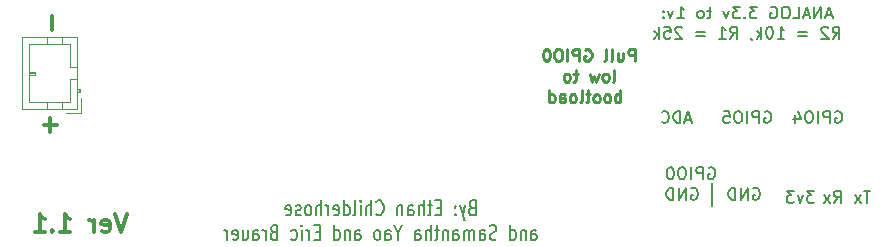
<source format=gbo>
G04 #@! TF.FileFunction,Legend,Bot*
%FSLAX46Y46*%
G04 Gerber Fmt 4.6, Leading zero omitted, Abs format (unit mm)*
G04 Created by KiCad (PCBNEW 4.0.5+dfsg1-4) date Sat Sep 16 15:38:21 2017*
%MOMM*%
%LPD*%
G01*
G04 APERTURE LIST*
%ADD10C,0.100000*%
%ADD11C,0.200000*%
%ADD12C,0.300000*%
%ADD13C,0.250000*%
%ADD14C,0.177800*%
%ADD15C,0.120000*%
G04 APERTURE END LIST*
D10*
D11*
X150500000Y-97500000D02*
X150500000Y-95500000D01*
X163940476Y-96202381D02*
X163369047Y-96202381D01*
X163654762Y-97202381D02*
X163654762Y-96202381D01*
X163130952Y-97202381D02*
X162607142Y-96535714D01*
X163130952Y-96535714D02*
X162607142Y-97202381D01*
X160845238Y-97202381D02*
X161178572Y-96726190D01*
X161416667Y-97202381D02*
X161416667Y-96202381D01*
X161035714Y-96202381D01*
X160940476Y-96250000D01*
X160892857Y-96297619D01*
X160845238Y-96392857D01*
X160845238Y-96535714D01*
X160892857Y-96630952D01*
X160940476Y-96678571D01*
X161035714Y-96726190D01*
X161416667Y-96726190D01*
X160511905Y-97202381D02*
X159988095Y-96535714D01*
X160511905Y-96535714D02*
X159988095Y-97202381D01*
X159190476Y-96202381D02*
X158571428Y-96202381D01*
X158904762Y-96583333D01*
X158761904Y-96583333D01*
X158666666Y-96630952D01*
X158619047Y-96678571D01*
X158571428Y-96773810D01*
X158571428Y-97011905D01*
X158619047Y-97107143D01*
X158666666Y-97154762D01*
X158761904Y-97202381D01*
X159047619Y-97202381D01*
X159142857Y-97154762D01*
X159190476Y-97107143D01*
X158238095Y-96535714D02*
X158000000Y-97202381D01*
X157761904Y-96535714D01*
X157476190Y-96202381D02*
X156857142Y-96202381D01*
X157190476Y-96583333D01*
X157047618Y-96583333D01*
X156952380Y-96630952D01*
X156904761Y-96678571D01*
X156857142Y-96773810D01*
X156857142Y-97011905D01*
X156904761Y-97107143D01*
X156952380Y-97154762D01*
X157047618Y-97202381D01*
X157333333Y-97202381D01*
X157428571Y-97154762D01*
X157476190Y-97107143D01*
X154011904Y-96000000D02*
X154107142Y-95952381D01*
X154249999Y-95952381D01*
X154392857Y-96000000D01*
X154488095Y-96095238D01*
X154535714Y-96190476D01*
X154583333Y-96380952D01*
X154583333Y-96523810D01*
X154535714Y-96714286D01*
X154488095Y-96809524D01*
X154392857Y-96904762D01*
X154249999Y-96952381D01*
X154154761Y-96952381D01*
X154011904Y-96904762D01*
X153964285Y-96857143D01*
X153964285Y-96523810D01*
X154154761Y-96523810D01*
X153535714Y-96952381D02*
X153535714Y-95952381D01*
X152964285Y-96952381D01*
X152964285Y-95952381D01*
X152488095Y-96952381D02*
X152488095Y-95952381D01*
X152250000Y-95952381D01*
X152107142Y-96000000D01*
X152011904Y-96095238D01*
X151964285Y-96190476D01*
X151916666Y-96380952D01*
X151916666Y-96523810D01*
X151964285Y-96714286D01*
X152011904Y-96809524D01*
X152107142Y-96904762D01*
X152250000Y-96952381D01*
X152488095Y-96952381D01*
X148738095Y-90166667D02*
X148261904Y-90166667D01*
X148833333Y-90452381D02*
X148500000Y-89452381D01*
X148166666Y-90452381D01*
X147833333Y-90452381D02*
X147833333Y-89452381D01*
X147595238Y-89452381D01*
X147452380Y-89500000D01*
X147357142Y-89595238D01*
X147309523Y-89690476D01*
X147261904Y-89880952D01*
X147261904Y-90023810D01*
X147309523Y-90214286D01*
X147357142Y-90309524D01*
X147452380Y-90404762D01*
X147595238Y-90452381D01*
X147833333Y-90452381D01*
X146261904Y-90357143D02*
X146309523Y-90404762D01*
X146452380Y-90452381D01*
X146547618Y-90452381D01*
X146690476Y-90404762D01*
X146785714Y-90309524D01*
X146833333Y-90214286D01*
X146880952Y-90023810D01*
X146880952Y-89880952D01*
X146833333Y-89690476D01*
X146785714Y-89595238D01*
X146690476Y-89500000D01*
X146547618Y-89452381D01*
X146452380Y-89452381D01*
X146309523Y-89500000D01*
X146261904Y-89547619D01*
X154976190Y-89500000D02*
X155071428Y-89452381D01*
X155214285Y-89452381D01*
X155357143Y-89500000D01*
X155452381Y-89595238D01*
X155500000Y-89690476D01*
X155547619Y-89880952D01*
X155547619Y-90023810D01*
X155500000Y-90214286D01*
X155452381Y-90309524D01*
X155357143Y-90404762D01*
X155214285Y-90452381D01*
X155119047Y-90452381D01*
X154976190Y-90404762D01*
X154928571Y-90357143D01*
X154928571Y-90023810D01*
X155119047Y-90023810D01*
X154500000Y-90452381D02*
X154500000Y-89452381D01*
X154119047Y-89452381D01*
X154023809Y-89500000D01*
X153976190Y-89547619D01*
X153928571Y-89642857D01*
X153928571Y-89785714D01*
X153976190Y-89880952D01*
X154023809Y-89928571D01*
X154119047Y-89976190D01*
X154500000Y-89976190D01*
X153500000Y-90452381D02*
X153500000Y-89452381D01*
X152833334Y-89452381D02*
X152642857Y-89452381D01*
X152547619Y-89500000D01*
X152452381Y-89595238D01*
X152404762Y-89785714D01*
X152404762Y-90119048D01*
X152452381Y-90309524D01*
X152547619Y-90404762D01*
X152642857Y-90452381D01*
X152833334Y-90452381D01*
X152928572Y-90404762D01*
X153023810Y-90309524D01*
X153071429Y-90119048D01*
X153071429Y-89785714D01*
X153023810Y-89595238D01*
X152928572Y-89500000D01*
X152833334Y-89452381D01*
X151500000Y-89452381D02*
X151976191Y-89452381D01*
X152023810Y-89928571D01*
X151976191Y-89880952D01*
X151880953Y-89833333D01*
X151642857Y-89833333D01*
X151547619Y-89880952D01*
X151500000Y-89928571D01*
X151452381Y-90023810D01*
X151452381Y-90261905D01*
X151500000Y-90357143D01*
X151547619Y-90404762D01*
X151642857Y-90452381D01*
X151880953Y-90452381D01*
X151976191Y-90404762D01*
X152023810Y-90357143D01*
X160976190Y-89500000D02*
X161071428Y-89452381D01*
X161214285Y-89452381D01*
X161357143Y-89500000D01*
X161452381Y-89595238D01*
X161500000Y-89690476D01*
X161547619Y-89880952D01*
X161547619Y-90023810D01*
X161500000Y-90214286D01*
X161452381Y-90309524D01*
X161357143Y-90404762D01*
X161214285Y-90452381D01*
X161119047Y-90452381D01*
X160976190Y-90404762D01*
X160928571Y-90357143D01*
X160928571Y-90023810D01*
X161119047Y-90023810D01*
X160500000Y-90452381D02*
X160500000Y-89452381D01*
X160119047Y-89452381D01*
X160023809Y-89500000D01*
X159976190Y-89547619D01*
X159928571Y-89642857D01*
X159928571Y-89785714D01*
X159976190Y-89880952D01*
X160023809Y-89928571D01*
X160119047Y-89976190D01*
X160500000Y-89976190D01*
X159500000Y-90452381D02*
X159500000Y-89452381D01*
X158833334Y-89452381D02*
X158642857Y-89452381D01*
X158547619Y-89500000D01*
X158452381Y-89595238D01*
X158404762Y-89785714D01*
X158404762Y-90119048D01*
X158452381Y-90309524D01*
X158547619Y-90404762D01*
X158642857Y-90452381D01*
X158833334Y-90452381D01*
X158928572Y-90404762D01*
X159023810Y-90309524D01*
X159071429Y-90119048D01*
X159071429Y-89785714D01*
X159023810Y-89595238D01*
X158928572Y-89500000D01*
X158833334Y-89452381D01*
X157547619Y-89785714D02*
X157547619Y-90452381D01*
X157785715Y-89404762D02*
X158023810Y-90119048D01*
X157404762Y-90119048D01*
X148761904Y-96000000D02*
X148857142Y-95952381D01*
X148999999Y-95952381D01*
X149142857Y-96000000D01*
X149238095Y-96095238D01*
X149285714Y-96190476D01*
X149333333Y-96380952D01*
X149333333Y-96523810D01*
X149285714Y-96714286D01*
X149238095Y-96809524D01*
X149142857Y-96904762D01*
X148999999Y-96952381D01*
X148904761Y-96952381D01*
X148761904Y-96904762D01*
X148714285Y-96857143D01*
X148714285Y-96523810D01*
X148904761Y-96523810D01*
X148285714Y-96952381D02*
X148285714Y-95952381D01*
X147714285Y-96952381D01*
X147714285Y-95952381D01*
X147238095Y-96952381D02*
X147238095Y-95952381D01*
X147000000Y-95952381D01*
X146857142Y-96000000D01*
X146761904Y-96095238D01*
X146714285Y-96190476D01*
X146666666Y-96380952D01*
X146666666Y-96523810D01*
X146714285Y-96714286D01*
X146761904Y-96809524D01*
X146857142Y-96904762D01*
X147000000Y-96952381D01*
X147238095Y-96952381D01*
X150226190Y-94250000D02*
X150321428Y-94202381D01*
X150464285Y-94202381D01*
X150607143Y-94250000D01*
X150702381Y-94345238D01*
X150750000Y-94440476D01*
X150797619Y-94630952D01*
X150797619Y-94773810D01*
X150750000Y-94964286D01*
X150702381Y-95059524D01*
X150607143Y-95154762D01*
X150464285Y-95202381D01*
X150369047Y-95202381D01*
X150226190Y-95154762D01*
X150178571Y-95107143D01*
X150178571Y-94773810D01*
X150369047Y-94773810D01*
X149750000Y-95202381D02*
X149750000Y-94202381D01*
X149369047Y-94202381D01*
X149273809Y-94250000D01*
X149226190Y-94297619D01*
X149178571Y-94392857D01*
X149178571Y-94535714D01*
X149226190Y-94630952D01*
X149273809Y-94678571D01*
X149369047Y-94726190D01*
X149750000Y-94726190D01*
X148750000Y-95202381D02*
X148750000Y-94202381D01*
X148083334Y-94202381D02*
X147892857Y-94202381D01*
X147797619Y-94250000D01*
X147702381Y-94345238D01*
X147654762Y-94535714D01*
X147654762Y-94869048D01*
X147702381Y-95059524D01*
X147797619Y-95154762D01*
X147892857Y-95202381D01*
X148083334Y-95202381D01*
X148178572Y-95154762D01*
X148273810Y-95059524D01*
X148321429Y-94869048D01*
X148321429Y-94535714D01*
X148273810Y-94345238D01*
X148178572Y-94250000D01*
X148083334Y-94202381D01*
X147035715Y-94202381D02*
X146940476Y-94202381D01*
X146845238Y-94250000D01*
X146797619Y-94297619D01*
X146750000Y-94392857D01*
X146702381Y-94583333D01*
X146702381Y-94821429D01*
X146750000Y-95011905D01*
X146797619Y-95107143D01*
X146845238Y-95154762D01*
X146940476Y-95202381D01*
X147035715Y-95202381D01*
X147130953Y-95154762D01*
X147178572Y-95107143D01*
X147226191Y-95011905D01*
X147273810Y-94821429D01*
X147273810Y-94583333D01*
X147226191Y-94392857D01*
X147178572Y-94297619D01*
X147130953Y-94250000D01*
X147035715Y-94202381D01*
D12*
X94607143Y-81428572D02*
X94607143Y-82571429D01*
X95071428Y-90607143D02*
X93928571Y-90607143D01*
X94500000Y-91178571D02*
X94500000Y-90035714D01*
D13*
X143988096Y-85202381D02*
X143988096Y-84202381D01*
X143607143Y-84202381D01*
X143511905Y-84250000D01*
X143464286Y-84297619D01*
X143416667Y-84392857D01*
X143416667Y-84535714D01*
X143464286Y-84630952D01*
X143511905Y-84678571D01*
X143607143Y-84726190D01*
X143988096Y-84726190D01*
X142559524Y-84535714D02*
X142559524Y-85202381D01*
X142988096Y-84535714D02*
X142988096Y-85059524D01*
X142940477Y-85154762D01*
X142845239Y-85202381D01*
X142702381Y-85202381D01*
X142607143Y-85154762D01*
X142559524Y-85107143D01*
X141940477Y-85202381D02*
X142035715Y-85154762D01*
X142083334Y-85059524D01*
X142083334Y-84202381D01*
X141416667Y-85202381D02*
X141511905Y-85154762D01*
X141559524Y-85059524D01*
X141559524Y-84202381D01*
X139749999Y-84250000D02*
X139845237Y-84202381D01*
X139988094Y-84202381D01*
X140130952Y-84250000D01*
X140226190Y-84345238D01*
X140273809Y-84440476D01*
X140321428Y-84630952D01*
X140321428Y-84773810D01*
X140273809Y-84964286D01*
X140226190Y-85059524D01*
X140130952Y-85154762D01*
X139988094Y-85202381D01*
X139892856Y-85202381D01*
X139749999Y-85154762D01*
X139702380Y-85107143D01*
X139702380Y-84773810D01*
X139892856Y-84773810D01*
X139273809Y-85202381D02*
X139273809Y-84202381D01*
X138892856Y-84202381D01*
X138797618Y-84250000D01*
X138749999Y-84297619D01*
X138702380Y-84392857D01*
X138702380Y-84535714D01*
X138749999Y-84630952D01*
X138797618Y-84678571D01*
X138892856Y-84726190D01*
X139273809Y-84726190D01*
X138273809Y-85202381D02*
X138273809Y-84202381D01*
X137607143Y-84202381D02*
X137416666Y-84202381D01*
X137321428Y-84250000D01*
X137226190Y-84345238D01*
X137178571Y-84535714D01*
X137178571Y-84869048D01*
X137226190Y-85059524D01*
X137321428Y-85154762D01*
X137416666Y-85202381D01*
X137607143Y-85202381D01*
X137702381Y-85154762D01*
X137797619Y-85059524D01*
X137845238Y-84869048D01*
X137845238Y-84535714D01*
X137797619Y-84345238D01*
X137702381Y-84250000D01*
X137607143Y-84202381D01*
X136559524Y-84202381D02*
X136464285Y-84202381D01*
X136369047Y-84250000D01*
X136321428Y-84297619D01*
X136273809Y-84392857D01*
X136226190Y-84583333D01*
X136226190Y-84821429D01*
X136273809Y-85011905D01*
X136321428Y-85107143D01*
X136369047Y-85154762D01*
X136464285Y-85202381D01*
X136559524Y-85202381D01*
X136654762Y-85154762D01*
X136702381Y-85107143D01*
X136750000Y-85011905D01*
X136797619Y-84821429D01*
X136797619Y-84583333D01*
X136750000Y-84392857D01*
X136702381Y-84297619D01*
X136654762Y-84250000D01*
X136559524Y-84202381D01*
X142107144Y-86952381D02*
X142202382Y-86904762D01*
X142250001Y-86809524D01*
X142250001Y-85952381D01*
X141583334Y-86952381D02*
X141678572Y-86904762D01*
X141726191Y-86857143D01*
X141773810Y-86761905D01*
X141773810Y-86476190D01*
X141726191Y-86380952D01*
X141678572Y-86333333D01*
X141583334Y-86285714D01*
X141440476Y-86285714D01*
X141345238Y-86333333D01*
X141297619Y-86380952D01*
X141250000Y-86476190D01*
X141250000Y-86761905D01*
X141297619Y-86857143D01*
X141345238Y-86904762D01*
X141440476Y-86952381D01*
X141583334Y-86952381D01*
X140916667Y-86285714D02*
X140726191Y-86952381D01*
X140535714Y-86476190D01*
X140345238Y-86952381D01*
X140154762Y-86285714D01*
X139154762Y-86285714D02*
X138773810Y-86285714D01*
X139011905Y-85952381D02*
X139011905Y-86809524D01*
X138964286Y-86904762D01*
X138869048Y-86952381D01*
X138773810Y-86952381D01*
X138297619Y-86952381D02*
X138392857Y-86904762D01*
X138440476Y-86857143D01*
X138488095Y-86761905D01*
X138488095Y-86476190D01*
X138440476Y-86380952D01*
X138392857Y-86333333D01*
X138297619Y-86285714D01*
X138154761Y-86285714D01*
X138059523Y-86333333D01*
X138011904Y-86380952D01*
X137964285Y-86476190D01*
X137964285Y-86761905D01*
X138011904Y-86857143D01*
X138059523Y-86904762D01*
X138154761Y-86952381D01*
X138297619Y-86952381D01*
X142773810Y-88702381D02*
X142773810Y-87702381D01*
X142773810Y-88083333D02*
X142678572Y-88035714D01*
X142488095Y-88035714D01*
X142392857Y-88083333D01*
X142345238Y-88130952D01*
X142297619Y-88226190D01*
X142297619Y-88511905D01*
X142345238Y-88607143D01*
X142392857Y-88654762D01*
X142488095Y-88702381D01*
X142678572Y-88702381D01*
X142773810Y-88654762D01*
X141726191Y-88702381D02*
X141821429Y-88654762D01*
X141869048Y-88607143D01*
X141916667Y-88511905D01*
X141916667Y-88226190D01*
X141869048Y-88130952D01*
X141821429Y-88083333D01*
X141726191Y-88035714D01*
X141583333Y-88035714D01*
X141488095Y-88083333D01*
X141440476Y-88130952D01*
X141392857Y-88226190D01*
X141392857Y-88511905D01*
X141440476Y-88607143D01*
X141488095Y-88654762D01*
X141583333Y-88702381D01*
X141726191Y-88702381D01*
X140821429Y-88702381D02*
X140916667Y-88654762D01*
X140964286Y-88607143D01*
X141011905Y-88511905D01*
X141011905Y-88226190D01*
X140964286Y-88130952D01*
X140916667Y-88083333D01*
X140821429Y-88035714D01*
X140678571Y-88035714D01*
X140583333Y-88083333D01*
X140535714Y-88130952D01*
X140488095Y-88226190D01*
X140488095Y-88511905D01*
X140535714Y-88607143D01*
X140583333Y-88654762D01*
X140678571Y-88702381D01*
X140821429Y-88702381D01*
X140202381Y-88035714D02*
X139821429Y-88035714D01*
X140059524Y-87702381D02*
X140059524Y-88559524D01*
X140011905Y-88654762D01*
X139916667Y-88702381D01*
X139821429Y-88702381D01*
X139345238Y-88702381D02*
X139440476Y-88654762D01*
X139488095Y-88559524D01*
X139488095Y-87702381D01*
X138821428Y-88702381D02*
X138916666Y-88654762D01*
X138964285Y-88607143D01*
X139011904Y-88511905D01*
X139011904Y-88226190D01*
X138964285Y-88130952D01*
X138916666Y-88083333D01*
X138821428Y-88035714D01*
X138678570Y-88035714D01*
X138583332Y-88083333D01*
X138535713Y-88130952D01*
X138488094Y-88226190D01*
X138488094Y-88511905D01*
X138535713Y-88607143D01*
X138583332Y-88654762D01*
X138678570Y-88702381D01*
X138821428Y-88702381D01*
X137630951Y-88702381D02*
X137630951Y-88178571D01*
X137678570Y-88083333D01*
X137773808Y-88035714D01*
X137964285Y-88035714D01*
X138059523Y-88083333D01*
X137630951Y-88654762D02*
X137726189Y-88702381D01*
X137964285Y-88702381D01*
X138059523Y-88654762D01*
X138107142Y-88559524D01*
X138107142Y-88464286D01*
X138059523Y-88369048D01*
X137964285Y-88321429D01*
X137726189Y-88321429D01*
X137630951Y-88273810D01*
X136726189Y-88702381D02*
X136726189Y-87702381D01*
X136726189Y-88654762D02*
X136821427Y-88702381D01*
X137011904Y-88702381D01*
X137107142Y-88654762D01*
X137154761Y-88607143D01*
X137202380Y-88511905D01*
X137202380Y-88226190D01*
X137154761Y-88130952D01*
X137107142Y-88083333D01*
X137011904Y-88035714D01*
X136821427Y-88035714D01*
X136726189Y-88083333D01*
D14*
X130212528Y-97617886D02*
X130071014Y-97678362D01*
X130023842Y-97738838D01*
X129976671Y-97859790D01*
X129976671Y-98041219D01*
X130023842Y-98162171D01*
X130071014Y-98222648D01*
X130165356Y-98283124D01*
X130542728Y-98283124D01*
X130542728Y-97013124D01*
X130212528Y-97013124D01*
X130118185Y-97073600D01*
X130071014Y-97134076D01*
X130023842Y-97255029D01*
X130023842Y-97375981D01*
X130071014Y-97496933D01*
X130118185Y-97557410D01*
X130212528Y-97617886D01*
X130542728Y-97617886D01*
X129646471Y-97436457D02*
X129410614Y-98283124D01*
X129174756Y-97436457D02*
X129410614Y-98283124D01*
X129504956Y-98585505D01*
X129552128Y-98645981D01*
X129646471Y-98706457D01*
X128797385Y-98162171D02*
X128750213Y-98222648D01*
X128797385Y-98283124D01*
X128844556Y-98222648D01*
X128797385Y-98162171D01*
X128797385Y-98283124D01*
X128797385Y-97496933D02*
X128750213Y-97557410D01*
X128797385Y-97617886D01*
X128844556Y-97557410D01*
X128797385Y-97496933D01*
X128797385Y-97617886D01*
X127570928Y-97617886D02*
X127240728Y-97617886D01*
X127099214Y-98283124D02*
X127570928Y-98283124D01*
X127570928Y-97013124D01*
X127099214Y-97013124D01*
X126816185Y-97436457D02*
X126438814Y-97436457D01*
X126674671Y-97013124D02*
X126674671Y-98101695D01*
X126627499Y-98222648D01*
X126533157Y-98283124D01*
X126438814Y-98283124D01*
X126108614Y-98283124D02*
X126108614Y-97013124D01*
X125684071Y-98283124D02*
X125684071Y-97617886D01*
X125731242Y-97496933D01*
X125825585Y-97436457D01*
X125967100Y-97436457D01*
X126061442Y-97496933D01*
X126108614Y-97557410D01*
X124787814Y-98283124D02*
X124787814Y-97617886D01*
X124834985Y-97496933D01*
X124929328Y-97436457D01*
X125118014Y-97436457D01*
X125212357Y-97496933D01*
X124787814Y-98222648D02*
X124882157Y-98283124D01*
X125118014Y-98283124D01*
X125212357Y-98222648D01*
X125259528Y-98101695D01*
X125259528Y-97980743D01*
X125212357Y-97859790D01*
X125118014Y-97799314D01*
X124882157Y-97799314D01*
X124787814Y-97738838D01*
X124316100Y-97436457D02*
X124316100Y-98283124D01*
X124316100Y-97557410D02*
X124268928Y-97496933D01*
X124174586Y-97436457D01*
X124033071Y-97436457D01*
X123938728Y-97496933D01*
X123891557Y-97617886D01*
X123891557Y-98283124D01*
X122099043Y-98162171D02*
X122146214Y-98222648D01*
X122287728Y-98283124D01*
X122382071Y-98283124D01*
X122523586Y-98222648D01*
X122617928Y-98101695D01*
X122665100Y-97980743D01*
X122712271Y-97738838D01*
X122712271Y-97557410D01*
X122665100Y-97315505D01*
X122617928Y-97194552D01*
X122523586Y-97073600D01*
X122382071Y-97013124D01*
X122287728Y-97013124D01*
X122146214Y-97073600D01*
X122099043Y-97134076D01*
X121674500Y-98283124D02*
X121674500Y-97013124D01*
X121249957Y-98283124D02*
X121249957Y-97617886D01*
X121297128Y-97496933D01*
X121391471Y-97436457D01*
X121532986Y-97436457D01*
X121627328Y-97496933D01*
X121674500Y-97557410D01*
X120778243Y-98283124D02*
X120778243Y-97436457D01*
X120778243Y-97013124D02*
X120825414Y-97073600D01*
X120778243Y-97134076D01*
X120731071Y-97073600D01*
X120778243Y-97013124D01*
X120778243Y-97134076D01*
X120165015Y-98283124D02*
X120259357Y-98222648D01*
X120306529Y-98101695D01*
X120306529Y-97013124D01*
X119363100Y-98283124D02*
X119363100Y-97013124D01*
X119363100Y-98222648D02*
X119457443Y-98283124D01*
X119646129Y-98283124D01*
X119740471Y-98222648D01*
X119787643Y-98162171D01*
X119834814Y-98041219D01*
X119834814Y-97678362D01*
X119787643Y-97557410D01*
X119740471Y-97496933D01*
X119646129Y-97436457D01*
X119457443Y-97436457D01*
X119363100Y-97496933D01*
X118514014Y-98222648D02*
X118608357Y-98283124D01*
X118797043Y-98283124D01*
X118891386Y-98222648D01*
X118938557Y-98101695D01*
X118938557Y-97617886D01*
X118891386Y-97496933D01*
X118797043Y-97436457D01*
X118608357Y-97436457D01*
X118514014Y-97496933D01*
X118466843Y-97617886D01*
X118466843Y-97738838D01*
X118938557Y-97859790D01*
X118042300Y-98283124D02*
X118042300Y-97436457D01*
X118042300Y-97678362D02*
X117995128Y-97557410D01*
X117947957Y-97496933D01*
X117853614Y-97436457D01*
X117759271Y-97436457D01*
X117429071Y-98283124D02*
X117429071Y-97013124D01*
X117004528Y-98283124D02*
X117004528Y-97617886D01*
X117051699Y-97496933D01*
X117146042Y-97436457D01*
X117287557Y-97436457D01*
X117381899Y-97496933D01*
X117429071Y-97557410D01*
X116391300Y-98283124D02*
X116485642Y-98222648D01*
X116532814Y-98162171D01*
X116579985Y-98041219D01*
X116579985Y-97678362D01*
X116532814Y-97557410D01*
X116485642Y-97496933D01*
X116391300Y-97436457D01*
X116249785Y-97436457D01*
X116155442Y-97496933D01*
X116108271Y-97557410D01*
X116061100Y-97678362D01*
X116061100Y-98041219D01*
X116108271Y-98162171D01*
X116155442Y-98222648D01*
X116249785Y-98283124D01*
X116391300Y-98283124D01*
X115683728Y-98222648D02*
X115589385Y-98283124D01*
X115400700Y-98283124D01*
X115306357Y-98222648D01*
X115259185Y-98101695D01*
X115259185Y-98041219D01*
X115306357Y-97920267D01*
X115400700Y-97859790D01*
X115542214Y-97859790D01*
X115636557Y-97799314D01*
X115683728Y-97678362D01*
X115683728Y-97617886D01*
X115636557Y-97496933D01*
X115542214Y-97436457D01*
X115400700Y-97436457D01*
X115306357Y-97496933D01*
X114457271Y-98222648D02*
X114551614Y-98283124D01*
X114740300Y-98283124D01*
X114834643Y-98222648D01*
X114881814Y-98101695D01*
X114881814Y-97617886D01*
X114834643Y-97496933D01*
X114740300Y-97436457D01*
X114551614Y-97436457D01*
X114457271Y-97496933D01*
X114410100Y-97617886D01*
X114410100Y-97738838D01*
X114881814Y-97859790D01*
X135236286Y-100365924D02*
X135236286Y-99700686D01*
X135283457Y-99579733D01*
X135377800Y-99519257D01*
X135566486Y-99519257D01*
X135660829Y-99579733D01*
X135236286Y-100305448D02*
X135330629Y-100365924D01*
X135566486Y-100365924D01*
X135660829Y-100305448D01*
X135708000Y-100184495D01*
X135708000Y-100063543D01*
X135660829Y-99942590D01*
X135566486Y-99882114D01*
X135330629Y-99882114D01*
X135236286Y-99821638D01*
X134764572Y-99519257D02*
X134764572Y-100365924D01*
X134764572Y-99640210D02*
X134717400Y-99579733D01*
X134623058Y-99519257D01*
X134481543Y-99519257D01*
X134387200Y-99579733D01*
X134340029Y-99700686D01*
X134340029Y-100365924D01*
X133443772Y-100365924D02*
X133443772Y-99095924D01*
X133443772Y-100305448D02*
X133538115Y-100365924D01*
X133726801Y-100365924D01*
X133821143Y-100305448D01*
X133868315Y-100244971D01*
X133915486Y-100124019D01*
X133915486Y-99761162D01*
X133868315Y-99640210D01*
X133821143Y-99579733D01*
X133726801Y-99519257D01*
X133538115Y-99519257D01*
X133443772Y-99579733D01*
X132264486Y-100305448D02*
X132122972Y-100365924D01*
X131887115Y-100365924D01*
X131792772Y-100305448D01*
X131745601Y-100244971D01*
X131698429Y-100124019D01*
X131698429Y-100003067D01*
X131745601Y-99882114D01*
X131792772Y-99821638D01*
X131887115Y-99761162D01*
X132075801Y-99700686D01*
X132170143Y-99640210D01*
X132217315Y-99579733D01*
X132264486Y-99458781D01*
X132264486Y-99337829D01*
X132217315Y-99216876D01*
X132170143Y-99156400D01*
X132075801Y-99095924D01*
X131839943Y-99095924D01*
X131698429Y-99156400D01*
X130849343Y-100365924D02*
X130849343Y-99700686D01*
X130896514Y-99579733D01*
X130990857Y-99519257D01*
X131179543Y-99519257D01*
X131273886Y-99579733D01*
X130849343Y-100305448D02*
X130943686Y-100365924D01*
X131179543Y-100365924D01*
X131273886Y-100305448D01*
X131321057Y-100184495D01*
X131321057Y-100063543D01*
X131273886Y-99942590D01*
X131179543Y-99882114D01*
X130943686Y-99882114D01*
X130849343Y-99821638D01*
X130377629Y-100365924D02*
X130377629Y-99519257D01*
X130377629Y-99640210D02*
X130330457Y-99579733D01*
X130236115Y-99519257D01*
X130094600Y-99519257D01*
X130000257Y-99579733D01*
X129953086Y-99700686D01*
X129953086Y-100365924D01*
X129953086Y-99700686D02*
X129905915Y-99579733D01*
X129811572Y-99519257D01*
X129670057Y-99519257D01*
X129575715Y-99579733D01*
X129528543Y-99700686D01*
X129528543Y-100365924D01*
X128632286Y-100365924D02*
X128632286Y-99700686D01*
X128679457Y-99579733D01*
X128773800Y-99519257D01*
X128962486Y-99519257D01*
X129056829Y-99579733D01*
X128632286Y-100305448D02*
X128726629Y-100365924D01*
X128962486Y-100365924D01*
X129056829Y-100305448D01*
X129104000Y-100184495D01*
X129104000Y-100063543D01*
X129056829Y-99942590D01*
X128962486Y-99882114D01*
X128726629Y-99882114D01*
X128632286Y-99821638D01*
X128160572Y-99519257D02*
X128160572Y-100365924D01*
X128160572Y-99640210D02*
X128113400Y-99579733D01*
X128019058Y-99519257D01*
X127877543Y-99519257D01*
X127783200Y-99579733D01*
X127736029Y-99700686D01*
X127736029Y-100365924D01*
X127405829Y-99519257D02*
X127028458Y-99519257D01*
X127264315Y-99095924D02*
X127264315Y-100184495D01*
X127217143Y-100305448D01*
X127122801Y-100365924D01*
X127028458Y-100365924D01*
X126698258Y-100365924D02*
X126698258Y-99095924D01*
X126273715Y-100365924D02*
X126273715Y-99700686D01*
X126320886Y-99579733D01*
X126415229Y-99519257D01*
X126556744Y-99519257D01*
X126651086Y-99579733D01*
X126698258Y-99640210D01*
X125377458Y-100365924D02*
X125377458Y-99700686D01*
X125424629Y-99579733D01*
X125518972Y-99519257D01*
X125707658Y-99519257D01*
X125802001Y-99579733D01*
X125377458Y-100305448D02*
X125471801Y-100365924D01*
X125707658Y-100365924D01*
X125802001Y-100305448D01*
X125849172Y-100184495D01*
X125849172Y-100063543D01*
X125802001Y-99942590D01*
X125707658Y-99882114D01*
X125471801Y-99882114D01*
X125377458Y-99821638D01*
X123962315Y-99761162D02*
X123962315Y-100365924D01*
X124292515Y-99095924D02*
X123962315Y-99761162D01*
X123632115Y-99095924D01*
X122877372Y-100365924D02*
X122877372Y-99700686D01*
X122924543Y-99579733D01*
X123018886Y-99519257D01*
X123207572Y-99519257D01*
X123301915Y-99579733D01*
X122877372Y-100305448D02*
X122971715Y-100365924D01*
X123207572Y-100365924D01*
X123301915Y-100305448D01*
X123349086Y-100184495D01*
X123349086Y-100063543D01*
X123301915Y-99942590D01*
X123207572Y-99882114D01*
X122971715Y-99882114D01*
X122877372Y-99821638D01*
X122264144Y-100365924D02*
X122358486Y-100305448D01*
X122405658Y-100244971D01*
X122452829Y-100124019D01*
X122452829Y-99761162D01*
X122405658Y-99640210D01*
X122358486Y-99579733D01*
X122264144Y-99519257D01*
X122122629Y-99519257D01*
X122028286Y-99579733D01*
X121981115Y-99640210D01*
X121933944Y-99761162D01*
X121933944Y-100124019D01*
X121981115Y-100244971D01*
X122028286Y-100305448D01*
X122122629Y-100365924D01*
X122264144Y-100365924D01*
X120330115Y-100365924D02*
X120330115Y-99700686D01*
X120377286Y-99579733D01*
X120471629Y-99519257D01*
X120660315Y-99519257D01*
X120754658Y-99579733D01*
X120330115Y-100305448D02*
X120424458Y-100365924D01*
X120660315Y-100365924D01*
X120754658Y-100305448D01*
X120801829Y-100184495D01*
X120801829Y-100063543D01*
X120754658Y-99942590D01*
X120660315Y-99882114D01*
X120424458Y-99882114D01*
X120330115Y-99821638D01*
X119858401Y-99519257D02*
X119858401Y-100365924D01*
X119858401Y-99640210D02*
X119811229Y-99579733D01*
X119716887Y-99519257D01*
X119575372Y-99519257D01*
X119481029Y-99579733D01*
X119433858Y-99700686D01*
X119433858Y-100365924D01*
X118537601Y-100365924D02*
X118537601Y-99095924D01*
X118537601Y-100305448D02*
X118631944Y-100365924D01*
X118820630Y-100365924D01*
X118914972Y-100305448D01*
X118962144Y-100244971D01*
X119009315Y-100124019D01*
X119009315Y-99761162D01*
X118962144Y-99640210D01*
X118914972Y-99579733D01*
X118820630Y-99519257D01*
X118631944Y-99519257D01*
X118537601Y-99579733D01*
X117311144Y-99700686D02*
X116980944Y-99700686D01*
X116839430Y-100365924D02*
X117311144Y-100365924D01*
X117311144Y-99095924D01*
X116839430Y-99095924D01*
X116414887Y-100365924D02*
X116414887Y-99519257D01*
X116414887Y-99761162D02*
X116367715Y-99640210D01*
X116320544Y-99579733D01*
X116226201Y-99519257D01*
X116131858Y-99519257D01*
X115801658Y-100365924D02*
X115801658Y-99519257D01*
X115801658Y-99095924D02*
X115848829Y-99156400D01*
X115801658Y-99216876D01*
X115754486Y-99156400D01*
X115801658Y-99095924D01*
X115801658Y-99216876D01*
X114905401Y-100305448D02*
X114999744Y-100365924D01*
X115188430Y-100365924D01*
X115282772Y-100305448D01*
X115329944Y-100244971D01*
X115377115Y-100124019D01*
X115377115Y-99761162D01*
X115329944Y-99640210D01*
X115282772Y-99579733D01*
X115188430Y-99519257D01*
X114999744Y-99519257D01*
X114905401Y-99579733D01*
X113395915Y-99700686D02*
X113254401Y-99761162D01*
X113207229Y-99821638D01*
X113160058Y-99942590D01*
X113160058Y-100124019D01*
X113207229Y-100244971D01*
X113254401Y-100305448D01*
X113348743Y-100365924D01*
X113726115Y-100365924D01*
X113726115Y-99095924D01*
X113395915Y-99095924D01*
X113301572Y-99156400D01*
X113254401Y-99216876D01*
X113207229Y-99337829D01*
X113207229Y-99458781D01*
X113254401Y-99579733D01*
X113301572Y-99640210D01*
X113395915Y-99700686D01*
X113726115Y-99700686D01*
X112735515Y-100365924D02*
X112735515Y-99519257D01*
X112735515Y-99761162D02*
X112688343Y-99640210D01*
X112641172Y-99579733D01*
X112546829Y-99519257D01*
X112452486Y-99519257D01*
X111697743Y-100365924D02*
X111697743Y-99700686D01*
X111744914Y-99579733D01*
X111839257Y-99519257D01*
X112027943Y-99519257D01*
X112122286Y-99579733D01*
X111697743Y-100305448D02*
X111792086Y-100365924D01*
X112027943Y-100365924D01*
X112122286Y-100305448D01*
X112169457Y-100184495D01*
X112169457Y-100063543D01*
X112122286Y-99942590D01*
X112027943Y-99882114D01*
X111792086Y-99882114D01*
X111697743Y-99821638D01*
X110801486Y-99519257D02*
X110801486Y-100365924D01*
X111226029Y-99519257D02*
X111226029Y-100184495D01*
X111178857Y-100305448D01*
X111084515Y-100365924D01*
X110943000Y-100365924D01*
X110848657Y-100305448D01*
X110801486Y-100244971D01*
X109952400Y-100305448D02*
X110046743Y-100365924D01*
X110235429Y-100365924D01*
X110329772Y-100305448D01*
X110376943Y-100184495D01*
X110376943Y-99700686D01*
X110329772Y-99579733D01*
X110235429Y-99519257D01*
X110046743Y-99519257D01*
X109952400Y-99579733D01*
X109905229Y-99700686D01*
X109905229Y-99821638D01*
X110376943Y-99942590D01*
X109480686Y-100365924D02*
X109480686Y-99519257D01*
X109480686Y-99761162D02*
X109433514Y-99640210D01*
X109386343Y-99579733D01*
X109292000Y-99519257D01*
X109197657Y-99519257D01*
D12*
X100964285Y-98178571D02*
X100464285Y-99678571D01*
X99964285Y-98178571D01*
X98892857Y-99607143D02*
X99035714Y-99678571D01*
X99321428Y-99678571D01*
X99464285Y-99607143D01*
X99535714Y-99464286D01*
X99535714Y-98892857D01*
X99464285Y-98750000D01*
X99321428Y-98678571D01*
X99035714Y-98678571D01*
X98892857Y-98750000D01*
X98821428Y-98892857D01*
X98821428Y-99035714D01*
X99535714Y-99178571D01*
X98178571Y-99678571D02*
X98178571Y-98678571D01*
X98178571Y-98964286D02*
X98107143Y-98821429D01*
X98035714Y-98750000D01*
X97892857Y-98678571D01*
X97750000Y-98678571D01*
X95321429Y-99678571D02*
X96178572Y-99678571D01*
X95750000Y-99678571D02*
X95750000Y-98178571D01*
X95892857Y-98392857D01*
X96035715Y-98535714D01*
X96178572Y-98607143D01*
X94678572Y-99535714D02*
X94607144Y-99607143D01*
X94678572Y-99678571D01*
X94750001Y-99607143D01*
X94678572Y-99535714D01*
X94678572Y-99678571D01*
X93178572Y-99678571D02*
X94035715Y-99678571D01*
X93607143Y-99678571D02*
X93607143Y-98178571D01*
X93750000Y-98392857D01*
X93892858Y-98535714D01*
X94035715Y-98607143D01*
D11*
X160666667Y-81316667D02*
X160190476Y-81316667D01*
X160761905Y-81602381D02*
X160428572Y-80602381D01*
X160095238Y-81602381D01*
X159761905Y-81602381D02*
X159761905Y-80602381D01*
X159190476Y-81602381D01*
X159190476Y-80602381D01*
X158761905Y-81316667D02*
X158285714Y-81316667D01*
X158857143Y-81602381D02*
X158523810Y-80602381D01*
X158190476Y-81602381D01*
X157380952Y-81602381D02*
X157857143Y-81602381D01*
X157857143Y-80602381D01*
X156857143Y-80602381D02*
X156666666Y-80602381D01*
X156571428Y-80650000D01*
X156476190Y-80745238D01*
X156428571Y-80935714D01*
X156428571Y-81269048D01*
X156476190Y-81459524D01*
X156571428Y-81554762D01*
X156666666Y-81602381D01*
X156857143Y-81602381D01*
X156952381Y-81554762D01*
X157047619Y-81459524D01*
X157095238Y-81269048D01*
X157095238Y-80935714D01*
X157047619Y-80745238D01*
X156952381Y-80650000D01*
X156857143Y-80602381D01*
X155476190Y-80650000D02*
X155571428Y-80602381D01*
X155714285Y-80602381D01*
X155857143Y-80650000D01*
X155952381Y-80745238D01*
X156000000Y-80840476D01*
X156047619Y-81030952D01*
X156047619Y-81173810D01*
X156000000Y-81364286D01*
X155952381Y-81459524D01*
X155857143Y-81554762D01*
X155714285Y-81602381D01*
X155619047Y-81602381D01*
X155476190Y-81554762D01*
X155428571Y-81507143D01*
X155428571Y-81173810D01*
X155619047Y-81173810D01*
X154333333Y-80602381D02*
X153714285Y-80602381D01*
X154047619Y-80983333D01*
X153904761Y-80983333D01*
X153809523Y-81030952D01*
X153761904Y-81078571D01*
X153714285Y-81173810D01*
X153714285Y-81411905D01*
X153761904Y-81507143D01*
X153809523Y-81554762D01*
X153904761Y-81602381D01*
X154190476Y-81602381D01*
X154285714Y-81554762D01*
X154333333Y-81507143D01*
X153285714Y-81507143D02*
X153238095Y-81554762D01*
X153285714Y-81602381D01*
X153333333Y-81554762D01*
X153285714Y-81507143D01*
X153285714Y-81602381D01*
X152904762Y-80602381D02*
X152285714Y-80602381D01*
X152619048Y-80983333D01*
X152476190Y-80983333D01*
X152380952Y-81030952D01*
X152333333Y-81078571D01*
X152285714Y-81173810D01*
X152285714Y-81411905D01*
X152333333Y-81507143D01*
X152380952Y-81554762D01*
X152476190Y-81602381D01*
X152761905Y-81602381D01*
X152857143Y-81554762D01*
X152904762Y-81507143D01*
X151952381Y-80935714D02*
X151714286Y-81602381D01*
X151476190Y-80935714D01*
X150476190Y-80935714D02*
X150095238Y-80935714D01*
X150333333Y-80602381D02*
X150333333Y-81459524D01*
X150285714Y-81554762D01*
X150190476Y-81602381D01*
X150095238Y-81602381D01*
X149619047Y-81602381D02*
X149714285Y-81554762D01*
X149761904Y-81507143D01*
X149809523Y-81411905D01*
X149809523Y-81126190D01*
X149761904Y-81030952D01*
X149714285Y-80983333D01*
X149619047Y-80935714D01*
X149476189Y-80935714D01*
X149380951Y-80983333D01*
X149333332Y-81030952D01*
X149285713Y-81126190D01*
X149285713Y-81411905D01*
X149333332Y-81507143D01*
X149380951Y-81554762D01*
X149476189Y-81602381D01*
X149619047Y-81602381D01*
X147571427Y-81602381D02*
X148142856Y-81602381D01*
X147857142Y-81602381D02*
X147857142Y-80602381D01*
X147952380Y-80745238D01*
X148047618Y-80840476D01*
X148142856Y-80888095D01*
X147238094Y-80935714D02*
X146999999Y-81602381D01*
X146761903Y-80935714D01*
X146380951Y-81507143D02*
X146333332Y-81554762D01*
X146380951Y-81602381D01*
X146428570Y-81554762D01*
X146380951Y-81507143D01*
X146380951Y-81602381D01*
X146380951Y-80983333D02*
X146333332Y-81030952D01*
X146380951Y-81078571D01*
X146428570Y-81030952D01*
X146380951Y-80983333D01*
X146380951Y-81078571D01*
X160738095Y-83302381D02*
X161071429Y-82826190D01*
X161309524Y-83302381D02*
X161309524Y-82302381D01*
X160928571Y-82302381D01*
X160833333Y-82350000D01*
X160785714Y-82397619D01*
X160738095Y-82492857D01*
X160738095Y-82635714D01*
X160785714Y-82730952D01*
X160833333Y-82778571D01*
X160928571Y-82826190D01*
X161309524Y-82826190D01*
X160357143Y-82397619D02*
X160309524Y-82350000D01*
X160214286Y-82302381D01*
X159976190Y-82302381D01*
X159880952Y-82350000D01*
X159833333Y-82397619D01*
X159785714Y-82492857D01*
X159785714Y-82588095D01*
X159833333Y-82730952D01*
X160404762Y-83302381D01*
X159785714Y-83302381D01*
X158595238Y-82778571D02*
X157833333Y-82778571D01*
X157833333Y-83064286D02*
X158595238Y-83064286D01*
X156071428Y-83302381D02*
X156642857Y-83302381D01*
X156357143Y-83302381D02*
X156357143Y-82302381D01*
X156452381Y-82445238D01*
X156547619Y-82540476D01*
X156642857Y-82588095D01*
X155452381Y-82302381D02*
X155357142Y-82302381D01*
X155261904Y-82350000D01*
X155214285Y-82397619D01*
X155166666Y-82492857D01*
X155119047Y-82683333D01*
X155119047Y-82921429D01*
X155166666Y-83111905D01*
X155214285Y-83207143D01*
X155261904Y-83254762D01*
X155357142Y-83302381D01*
X155452381Y-83302381D01*
X155547619Y-83254762D01*
X155595238Y-83207143D01*
X155642857Y-83111905D01*
X155690476Y-82921429D01*
X155690476Y-82683333D01*
X155642857Y-82492857D01*
X155595238Y-82397619D01*
X155547619Y-82350000D01*
X155452381Y-82302381D01*
X154690476Y-83302381D02*
X154690476Y-82302381D01*
X154595238Y-82921429D02*
X154309523Y-83302381D01*
X154309523Y-82635714D02*
X154690476Y-83016667D01*
X153833333Y-83254762D02*
X153833333Y-83302381D01*
X153880952Y-83397619D01*
X153928571Y-83445238D01*
X152071428Y-83302381D02*
X152404762Y-82826190D01*
X152642857Y-83302381D02*
X152642857Y-82302381D01*
X152261904Y-82302381D01*
X152166666Y-82350000D01*
X152119047Y-82397619D01*
X152071428Y-82492857D01*
X152071428Y-82635714D01*
X152119047Y-82730952D01*
X152166666Y-82778571D01*
X152261904Y-82826190D01*
X152642857Y-82826190D01*
X151119047Y-83302381D02*
X151690476Y-83302381D01*
X151404762Y-83302381D02*
X151404762Y-82302381D01*
X151500000Y-82445238D01*
X151595238Y-82540476D01*
X151690476Y-82588095D01*
X149928571Y-82778571D02*
X149166666Y-82778571D01*
X149166666Y-83064286D02*
X149928571Y-83064286D01*
X147976190Y-82397619D02*
X147928571Y-82350000D01*
X147833333Y-82302381D01*
X147595237Y-82302381D01*
X147499999Y-82350000D01*
X147452380Y-82397619D01*
X147404761Y-82492857D01*
X147404761Y-82588095D01*
X147452380Y-82730952D01*
X148023809Y-83302381D01*
X147404761Y-83302381D01*
X146499999Y-82302381D02*
X146976190Y-82302381D01*
X147023809Y-82778571D01*
X146976190Y-82730952D01*
X146880952Y-82683333D01*
X146642856Y-82683333D01*
X146547618Y-82730952D01*
X146499999Y-82778571D01*
X146452380Y-82873810D01*
X146452380Y-83111905D01*
X146499999Y-83207143D01*
X146547618Y-83254762D01*
X146642856Y-83302381D01*
X146880952Y-83302381D01*
X146976190Y-83254762D01*
X147023809Y-83207143D01*
X146023809Y-83302381D02*
X146023809Y-82302381D01*
X145928571Y-82921429D02*
X145642856Y-83302381D01*
X145642856Y-82635714D02*
X146023809Y-83016667D01*
D15*
X96800000Y-89300000D02*
X92100000Y-89300000D01*
X92100000Y-89300000D02*
X92100000Y-83200000D01*
X92100000Y-83200000D02*
X96800000Y-83200000D01*
X96800000Y-83200000D02*
X96800000Y-89300000D01*
X96800000Y-86750000D02*
X96200000Y-86750000D01*
X96200000Y-86750000D02*
X96200000Y-88700000D01*
X96200000Y-88700000D02*
X92700000Y-88700000D01*
X92700000Y-88700000D02*
X92700000Y-83800000D01*
X92700000Y-83800000D02*
X96200000Y-83800000D01*
X96200000Y-83800000D02*
X96200000Y-85750000D01*
X96200000Y-85750000D02*
X96800000Y-85750000D01*
X95500000Y-89300000D02*
X95500000Y-88700000D01*
X94200000Y-89300000D02*
X94200000Y-88700000D01*
X95500000Y-83200000D02*
X95500000Y-83800000D01*
X94200000Y-83200000D02*
X94200000Y-83800000D01*
X96800000Y-87550000D02*
X97000000Y-87550000D01*
X97000000Y-87550000D02*
X97000000Y-87850000D01*
X97000000Y-87850000D02*
X96800000Y-87850000D01*
X96900000Y-87550000D02*
X96900000Y-87850000D01*
X92700000Y-86350000D02*
X93200000Y-86350000D01*
X93200000Y-86350000D02*
X93200000Y-86150000D01*
X93200000Y-86150000D02*
X92700000Y-86150000D01*
X92700000Y-86250000D02*
X93200000Y-86250000D01*
X97100000Y-88350000D02*
X97100000Y-89600000D01*
X97100000Y-89600000D02*
X95850000Y-89600000D01*
M02*

</source>
